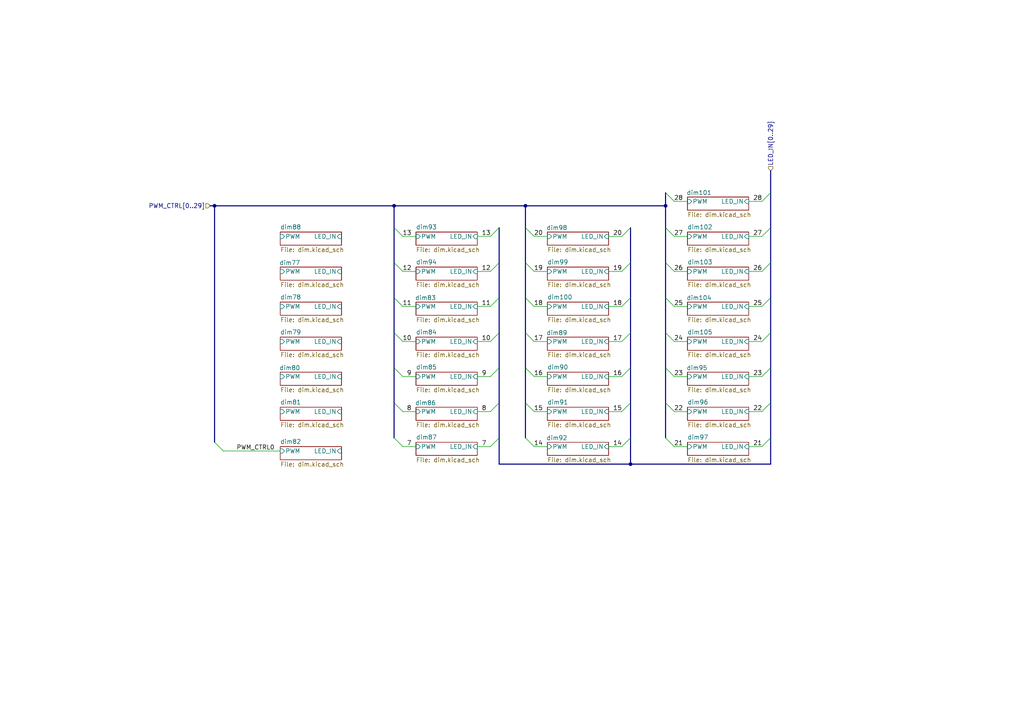
<source format=kicad_sch>
(kicad_sch
	(version 20231120)
	(generator "eeschema")
	(generator_version "8.0")
	(uuid "bcbb2fba-e81b-4c9d-ae80-f561d7f93679")
	(paper "A4")
	(lib_symbols)
	(junction
		(at 114.3 59.69)
		(diameter 0)
		(color 0 0 0 0)
		(uuid "75780d1e-5d22-4a22-bef5-f8f54f02e837")
	)
	(junction
		(at 62.23 59.69)
		(diameter 0)
		(color 0 0 0 0)
		(uuid "81c429b6-3bb4-4239-9691-d262ac738a1a")
	)
	(junction
		(at 152.4 59.69)
		(diameter 0)
		(color 0 0 0 0)
		(uuid "9f5571a6-70f8-4a1c-8116-5492d0b01b07")
	)
	(junction
		(at 193.04 59.69)
		(diameter 0)
		(color 0 0 0 0)
		(uuid "a3d9ac82-0898-4cd2-b3ac-3380b4864dfb")
	)
	(junction
		(at 182.88 134.62)
		(diameter 0)
		(color 0 0 0 0)
		(uuid "eacbb2fb-0596-4b26-a428-e39243d65a33")
	)
	(bus_entry
		(at 152.4 76.2)
		(size 2.54 2.54)
		(stroke
			(width 0)
			(type default)
		)
		(uuid "049fd31e-feef-4086-8e82-549d270ca6fd")
	)
	(bus_entry
		(at 182.88 106.68)
		(size -2.54 2.54)
		(stroke
			(width 0)
			(type default)
		)
		(uuid "0b6c8199-4b47-4839-a030-8fe5706fd37b")
	)
	(bus_entry
		(at 193.04 55.88)
		(size 2.54 2.54)
		(stroke
			(width 0)
			(type default)
		)
		(uuid "0c27667a-7275-4f66-9f59-ccd8f9d6e229")
	)
	(bus_entry
		(at 223.52 116.84)
		(size -2.54 2.54)
		(stroke
			(width 0)
			(type default)
		)
		(uuid "0c57747c-3a9f-4eb0-aa86-82d7fc33e513")
	)
	(bus_entry
		(at 182.88 86.36)
		(size -2.54 2.54)
		(stroke
			(width 0)
			(type default)
		)
		(uuid "1b88b35d-6047-44e3-82c9-89668ef8191e")
	)
	(bus_entry
		(at 114.3 76.2)
		(size 2.54 2.54)
		(stroke
			(width 0)
			(type default)
		)
		(uuid "1fea4bf5-a0fb-4182-888a-7a184048cb61")
	)
	(bus_entry
		(at 144.78 66.04)
		(size -2.54 2.54)
		(stroke
			(width 0)
			(type default)
		)
		(uuid "24b0762e-3aa3-4170-9efa-f8018246d0fb")
	)
	(bus_entry
		(at 114.3 66.04)
		(size 2.54 2.54)
		(stroke
			(width 0)
			(type default)
		)
		(uuid "27456016-643e-476c-86e3-9d5c4b836671")
	)
	(bus_entry
		(at 193.04 127)
		(size 2.54 2.54)
		(stroke
			(width 0)
			(type default)
		)
		(uuid "28ba032f-f9b9-4600-920e-027ca8ecc0ec")
	)
	(bus_entry
		(at 223.52 66.04)
		(size -2.54 2.54)
		(stroke
			(width 0)
			(type default)
		)
		(uuid "2ac706e7-ed59-483b-bbdf-d742901d565c")
	)
	(bus_entry
		(at 223.52 96.52)
		(size -2.54 2.54)
		(stroke
			(width 0)
			(type default)
		)
		(uuid "2ca955aa-e03b-40ce-9d26-e9dc91e424b0")
	)
	(bus_entry
		(at 114.3 96.52)
		(size 2.54 2.54)
		(stroke
			(width 0)
			(type default)
		)
		(uuid "2d6c0cee-a89b-4c41-8350-cc088e69cdfe")
	)
	(bus_entry
		(at 223.52 55.88)
		(size -2.54 2.54)
		(stroke
			(width 0)
			(type default)
		)
		(uuid "2da89060-0897-4a89-acd8-7b47fa5d3d0a")
	)
	(bus_entry
		(at 144.78 86.36)
		(size -2.54 2.54)
		(stroke
			(width 0)
			(type default)
		)
		(uuid "3d4209a0-856c-4569-baa1-a7e95940a230")
	)
	(bus_entry
		(at 152.4 86.36)
		(size 2.54 2.54)
		(stroke
			(width 0)
			(type default)
		)
		(uuid "40639cee-4eed-44c5-ac58-d4b3482ca3be")
	)
	(bus_entry
		(at 144.78 116.84)
		(size -2.54 2.54)
		(stroke
			(width 0)
			(type default)
		)
		(uuid "4334efbc-7956-49a9-b8d1-a550e3df10d8")
	)
	(bus_entry
		(at 62.23 128.27)
		(size 2.54 2.54)
		(stroke
			(width 0)
			(type default)
		)
		(uuid "5639ceef-4731-4055-aded-613803b06328")
	)
	(bus_entry
		(at 114.3 116.84)
		(size 2.54 2.54)
		(stroke
			(width 0)
			(type default)
		)
		(uuid "56f8a368-ef4d-4ad4-8740-4d1711f7ef3b")
	)
	(bus_entry
		(at 114.3 106.68)
		(size 2.54 2.54)
		(stroke
			(width 0)
			(type default)
		)
		(uuid "58734d7e-4250-4eb0-9440-7edd3dd7ddaa")
	)
	(bus_entry
		(at 182.88 76.2)
		(size -2.54 2.54)
		(stroke
			(width 0)
			(type default)
		)
		(uuid "5d0bb9af-672e-4954-a42a-09223789a151")
	)
	(bus_entry
		(at 144.78 127)
		(size -2.54 2.54)
		(stroke
			(width 0)
			(type default)
		)
		(uuid "6de55746-4644-404c-b137-4cb727dbd160")
	)
	(bus_entry
		(at 193.04 116.84)
		(size 2.54 2.54)
		(stroke
			(width 0)
			(type default)
		)
		(uuid "736122e0-9288-40c8-b2c9-252739f40d78")
	)
	(bus_entry
		(at 223.52 127)
		(size -2.54 2.54)
		(stroke
			(width 0)
			(type default)
		)
		(uuid "77c47bae-846b-4f87-ab22-d22eaf0ca23e")
	)
	(bus_entry
		(at 144.78 76.2)
		(size -2.54 2.54)
		(stroke
			(width 0)
			(type default)
		)
		(uuid "7cbae869-272c-450b-b1ec-b1355a13d13e")
	)
	(bus_entry
		(at 144.78 96.52)
		(size -2.54 2.54)
		(stroke
			(width 0)
			(type default)
		)
		(uuid "81da08d3-cc0e-4919-bddb-8f440897a21d")
	)
	(bus_entry
		(at 182.88 127)
		(size -2.54 2.54)
		(stroke
			(width 0)
			(type default)
		)
		(uuid "85e05887-dd5e-4d4c-9be2-0795865377b6")
	)
	(bus_entry
		(at 144.78 106.68)
		(size -2.54 2.54)
		(stroke
			(width 0)
			(type default)
		)
		(uuid "92e9726a-25ab-4a40-a155-7ed7c0071580")
	)
	(bus_entry
		(at 223.52 86.36)
		(size -2.54 2.54)
		(stroke
			(width 0)
			(type default)
		)
		(uuid "953dcc5d-bebd-45f4-989b-2a4143aa6fbe")
	)
	(bus_entry
		(at 152.4 127)
		(size 2.54 2.54)
		(stroke
			(width 0)
			(type default)
		)
		(uuid "9d378440-88d2-4dda-8eef-b9eac08b3450")
	)
	(bus_entry
		(at 182.88 116.84)
		(size -2.54 2.54)
		(stroke
			(width 0)
			(type default)
		)
		(uuid "9f427750-ea0a-4f1a-8fdd-e4361d5176de")
	)
	(bus_entry
		(at 193.04 66.04)
		(size 2.54 2.54)
		(stroke
			(width 0)
			(type default)
		)
		(uuid "a249a854-9376-40b6-bc72-bc7c2764485f")
	)
	(bus_entry
		(at 152.4 116.84)
		(size 2.54 2.54)
		(stroke
			(width 0)
			(type default)
		)
		(uuid "a2ee4e6a-b539-4688-b1b6-64340633615b")
	)
	(bus_entry
		(at 193.04 106.68)
		(size 2.54 2.54)
		(stroke
			(width 0)
			(type default)
		)
		(uuid "a5fa23a4-16d9-43d5-86d0-36ccaa99cd39")
	)
	(bus_entry
		(at 193.04 96.52)
		(size 2.54 2.54)
		(stroke
			(width 0)
			(type default)
		)
		(uuid "a7c2d53f-ff27-4b7e-b8e8-fbd63d675f2f")
	)
	(bus_entry
		(at 182.88 96.52)
		(size -2.54 2.54)
		(stroke
			(width 0)
			(type default)
		)
		(uuid "b5aee5d6-c54c-4357-be9d-aead891fa519")
	)
	(bus_entry
		(at 182.88 66.04)
		(size -2.54 2.54)
		(stroke
			(width 0)
			(type default)
		)
		(uuid "b6e6c552-fdc0-480b-8fad-01cb610f0371")
	)
	(bus_entry
		(at 152.4 66.04)
		(size 2.54 2.54)
		(stroke
			(width 0)
			(type default)
		)
		(uuid "c272302e-6d53-4ff2-b087-ce001a1ff1d5")
	)
	(bus_entry
		(at 152.4 106.68)
		(size 2.54 2.54)
		(stroke
			(width 0)
			(type default)
		)
		(uuid "c273d28f-c4f1-4f17-866b-d691c44b2f68")
	)
	(bus_entry
		(at 152.4 96.52)
		(size 2.54 2.54)
		(stroke
			(width 0)
			(type default)
		)
		(uuid "cde689a8-76ac-45e3-a034-803e9c396f5b")
	)
	(bus_entry
		(at 193.04 76.2)
		(size 2.54 2.54)
		(stroke
			(width 0)
			(type default)
		)
		(uuid "cf0ec7f6-b646-4df8-9077-5de748809786")
	)
	(bus_entry
		(at 193.04 86.36)
		(size 2.54 2.54)
		(stroke
			(width 0)
			(type default)
		)
		(uuid "d0cbd3be-1a23-47bc-a732-ec4183c8c57b")
	)
	(bus_entry
		(at 223.52 76.2)
		(size -2.54 2.54)
		(stroke
			(width 0)
			(type default)
		)
		(uuid "da9e671b-0ad2-4b79-83de-0a9b3338160e")
	)
	(bus_entry
		(at 114.3 127)
		(size 2.54 2.54)
		(stroke
			(width 0)
			(type default)
		)
		(uuid "dd2abbf7-5753-45d7-a9eb-61be499a4119")
	)
	(bus_entry
		(at 114.3 86.36)
		(size 2.54 2.54)
		(stroke
			(width 0)
			(type default)
		)
		(uuid "f997ebb3-1f3f-4f10-a1a2-b99b124fd8ec")
	)
	(bus_entry
		(at 223.52 106.68)
		(size -2.54 2.54)
		(stroke
			(width 0)
			(type default)
		)
		(uuid "fbe86248-ba8d-404d-b919-90690c77b63e")
	)
	(bus
		(pts
			(xy 152.4 59.69) (xy 193.04 59.69)
		)
		(stroke
			(width 0)
			(type default)
		)
		(uuid "03329cda-db86-467e-ab44-811898fd1b3a")
	)
	(wire
		(pts
			(xy 120.65 78.74) (xy 116.84 78.74)
		)
		(stroke
			(width 0)
			(type default)
		)
		(uuid "0e121ec8-132f-431b-bcac-6d900b2c78b0")
	)
	(bus
		(pts
			(xy 193.04 66.04) (xy 193.04 76.2)
		)
		(stroke
			(width 0)
			(type default)
		)
		(uuid "12956feb-2429-4480-a4b7-890e001e3700")
	)
	(wire
		(pts
			(xy 120.65 129.54) (xy 116.84 129.54)
		)
		(stroke
			(width 0)
			(type default)
		)
		(uuid "14c359ce-e97e-4a3f-9a03-27ca32ed9e32")
	)
	(bus
		(pts
			(xy 144.78 76.2) (xy 144.78 86.36)
		)
		(stroke
			(width 0)
			(type default)
		)
		(uuid "16d1acfd-2244-48f1-9936-e1cf4a456618")
	)
	(wire
		(pts
			(xy 120.65 109.22) (xy 116.84 109.22)
		)
		(stroke
			(width 0)
			(type default)
		)
		(uuid "177aa7ce-5ad8-4e25-a197-f74a63033338")
	)
	(bus
		(pts
			(xy 152.4 66.04) (xy 152.4 76.2)
		)
		(stroke
			(width 0)
			(type default)
		)
		(uuid "17b88f92-a80d-4547-8d21-f927f1906706")
	)
	(bus
		(pts
			(xy 144.78 96.52) (xy 144.78 106.68)
		)
		(stroke
			(width 0)
			(type default)
		)
		(uuid "1a9c5b82-d08b-4e1a-8268-1a5193da225a")
	)
	(wire
		(pts
			(xy 138.43 119.38) (xy 142.24 119.38)
		)
		(stroke
			(width 0)
			(type default)
		)
		(uuid "1d6d9e55-41f9-49b7-b32f-0a1d4511e9fd")
	)
	(wire
		(pts
			(xy 120.65 68.58) (xy 116.84 68.58)
		)
		(stroke
			(width 0)
			(type default)
		)
		(uuid "1f48c380-6810-481a-a602-2c986b10120f")
	)
	(wire
		(pts
			(xy 217.17 109.22) (xy 220.98 109.22)
		)
		(stroke
			(width 0)
			(type default)
		)
		(uuid "20dfe516-c00f-4cda-87b6-9d5b47617b7e")
	)
	(wire
		(pts
			(xy 158.75 119.38) (xy 154.94 119.38)
		)
		(stroke
			(width 0)
			(type default)
		)
		(uuid "259d0be3-66ca-4fe8-aab1-f110a0475e33")
	)
	(wire
		(pts
			(xy 217.17 129.54) (xy 220.98 129.54)
		)
		(stroke
			(width 0)
			(type default)
		)
		(uuid "26d7ff2a-80d4-4a11-b22c-69b3533e8a8c")
	)
	(wire
		(pts
			(xy 138.43 129.54) (xy 142.24 129.54)
		)
		(stroke
			(width 0)
			(type default)
		)
		(uuid "272680da-d334-42b8-8efc-736e085eeff3")
	)
	(bus
		(pts
			(xy 223.52 49.53) (xy 223.52 55.88)
		)
		(stroke
			(width 0)
			(type default)
		)
		(uuid "27fd99d0-d747-4c21-844a-7e096d4ffa70")
	)
	(bus
		(pts
			(xy 62.23 59.69) (xy 114.3 59.69)
		)
		(stroke
			(width 0)
			(type default)
		)
		(uuid "280643ca-144a-4976-853d-39beb50d9338")
	)
	(bus
		(pts
			(xy 193.04 96.52) (xy 193.04 106.68)
		)
		(stroke
			(width 0)
			(type default)
		)
		(uuid "2abb1931-5a05-4437-8a9f-7fe6870629b5")
	)
	(wire
		(pts
			(xy 176.53 78.74) (xy 180.34 78.74)
		)
		(stroke
			(width 0)
			(type default)
		)
		(uuid "2ccf1353-eecb-4015-adc0-8980acbc71cd")
	)
	(bus
		(pts
			(xy 182.88 134.62) (xy 223.52 134.62)
		)
		(stroke
			(width 0)
			(type default)
		)
		(uuid "3225c2cb-cf26-43c6-8465-f32448630daf")
	)
	(bus
		(pts
			(xy 223.52 66.04) (xy 223.52 76.2)
		)
		(stroke
			(width 0)
			(type default)
		)
		(uuid "3525169c-a5c4-4678-b4b8-467f2041b86c")
	)
	(bus
		(pts
			(xy 182.88 127) (xy 182.88 134.62)
		)
		(stroke
			(width 0)
			(type default)
		)
		(uuid "3730c805-d35c-4391-9a2d-08946bc46800")
	)
	(wire
		(pts
			(xy 217.17 68.58) (xy 220.98 68.58)
		)
		(stroke
			(width 0)
			(type default)
		)
		(uuid "38da07fb-f48a-4569-ab2e-e5c0f8fb9842")
	)
	(bus
		(pts
			(xy 182.88 106.68) (xy 182.88 116.84)
		)
		(stroke
			(width 0)
			(type default)
		)
		(uuid "38f8cce6-8baf-46a0-ab3e-b00f4d91fb1e")
	)
	(wire
		(pts
			(xy 176.53 99.06) (xy 180.34 99.06)
		)
		(stroke
			(width 0)
			(type default)
		)
		(uuid "3aab1f34-dada-4249-b802-82bc69407bec")
	)
	(wire
		(pts
			(xy 217.17 78.74) (xy 220.98 78.74)
		)
		(stroke
			(width 0)
			(type default)
		)
		(uuid "3ad4cf16-d0ed-42d7-84cf-e5afbd8d2392")
	)
	(bus
		(pts
			(xy 223.52 127) (xy 223.52 134.62)
		)
		(stroke
			(width 0)
			(type default)
		)
		(uuid "3b0bc921-4659-4d48-9003-831dcca8b407")
	)
	(wire
		(pts
			(xy 138.43 68.58) (xy 142.24 68.58)
		)
		(stroke
			(width 0)
			(type default)
		)
		(uuid "46093df0-6bf4-4f8d-a30f-c9b066d85a7c")
	)
	(wire
		(pts
			(xy 158.75 68.58) (xy 154.94 68.58)
		)
		(stroke
			(width 0)
			(type default)
		)
		(uuid "4943bd21-f7c2-4944-96ac-0c3628e8a864")
	)
	(bus
		(pts
			(xy 114.3 96.52) (xy 114.3 86.36)
		)
		(stroke
			(width 0)
			(type default)
		)
		(uuid "4db98ba9-230f-4313-8f1d-91e44dee2d0f")
	)
	(wire
		(pts
			(xy 176.53 88.9) (xy 180.34 88.9)
		)
		(stroke
			(width 0)
			(type default)
		)
		(uuid "53f837e8-198f-4b55-ab57-ea1eb33b75bd")
	)
	(wire
		(pts
			(xy 217.17 99.06) (xy 220.98 99.06)
		)
		(stroke
			(width 0)
			(type default)
		)
		(uuid "54a7ee11-7049-4f38-a05c-e9f4b4df4572")
	)
	(bus
		(pts
			(xy 193.04 106.68) (xy 193.04 116.84)
		)
		(stroke
			(width 0)
			(type default)
		)
		(uuid "582fc3a3-8728-4145-9021-8c2262dba449")
	)
	(bus
		(pts
			(xy 152.4 86.36) (xy 152.4 96.52)
		)
		(stroke
			(width 0)
			(type default)
		)
		(uuid "5a17527a-90ea-4800-a2cf-a7cfcdc67eea")
	)
	(bus
		(pts
			(xy 114.3 86.36) (xy 114.3 76.2)
		)
		(stroke
			(width 0)
			(type default)
		)
		(uuid "60ab2ea8-bc8c-44ad-ba5f-3a29c7eed5bf")
	)
	(wire
		(pts
			(xy 158.75 129.54) (xy 154.94 129.54)
		)
		(stroke
			(width 0)
			(type default)
		)
		(uuid "60deb637-32bc-4ae3-8854-79fd2455a7dd")
	)
	(wire
		(pts
			(xy 138.43 88.9) (xy 142.24 88.9)
		)
		(stroke
			(width 0)
			(type default)
		)
		(uuid "6383e06f-d123-4777-8184-3c79becfad57")
	)
	(wire
		(pts
			(xy 138.43 109.22) (xy 142.24 109.22)
		)
		(stroke
			(width 0)
			(type default)
		)
		(uuid "6afac3d7-4ccf-49d0-802e-5b7069060581")
	)
	(bus
		(pts
			(xy 152.4 76.2) (xy 152.4 86.36)
		)
		(stroke
			(width 0)
			(type default)
		)
		(uuid "6c810d55-8085-4068-aa59-9e2cfbd32a26")
	)
	(wire
		(pts
			(xy 176.53 119.38) (xy 180.34 119.38)
		)
		(stroke
			(width 0)
			(type default)
		)
		(uuid "6f037a99-7533-47c6-93e9-2f109c7233de")
	)
	(bus
		(pts
			(xy 193.04 86.36) (xy 193.04 96.52)
		)
		(stroke
			(width 0)
			(type default)
		)
		(uuid "70ff115c-835e-4870-9b8e-79af9a99186f")
	)
	(wire
		(pts
			(xy 199.39 99.06) (xy 195.58 99.06)
		)
		(stroke
			(width 0)
			(type default)
		)
		(uuid "72af56b6-664c-4af1-9dd8-3c39f12cff34")
	)
	(bus
		(pts
			(xy 114.3 59.69) (xy 152.4 59.69)
		)
		(stroke
			(width 0)
			(type default)
		)
		(uuid "83bf35a3-ff70-4668-96af-8c78a2c6a075")
	)
	(bus
		(pts
			(xy 193.04 55.88) (xy 193.04 59.69)
		)
		(stroke
			(width 0)
			(type default)
		)
		(uuid "8515c71a-302d-4db9-a420-b7e1270fdfed")
	)
	(bus
		(pts
			(xy 193.04 59.69) (xy 193.04 66.04)
		)
		(stroke
			(width 0)
			(type default)
		)
		(uuid "87e9018c-a44f-4ac3-a69d-234220ff7cf5")
	)
	(bus
		(pts
			(xy 114.3 106.68) (xy 114.3 96.52)
		)
		(stroke
			(width 0)
			(type default)
		)
		(uuid "8985d900-bf6c-468c-a1bc-b66f504906fd")
	)
	(bus
		(pts
			(xy 182.88 66.04) (xy 182.88 76.2)
		)
		(stroke
			(width 0)
			(type default)
		)
		(uuid "913d52a4-ae98-42d8-b64d-23fa87195d22")
	)
	(bus
		(pts
			(xy 114.3 76.2) (xy 114.3 66.04)
		)
		(stroke
			(width 0)
			(type default)
		)
		(uuid "917f9e62-24f6-4d87-be78-d112011ce66e")
	)
	(bus
		(pts
			(xy 60.96 59.69) (xy 62.23 59.69)
		)
		(stroke
			(width 0)
			(type default)
		)
		(uuid "92815397-99c0-4359-94a5-e24f385af94a")
	)
	(wire
		(pts
			(xy 176.53 68.58) (xy 180.34 68.58)
		)
		(stroke
			(width 0)
			(type default)
		)
		(uuid "980e63dc-da53-41c3-b207-2eca6fbecffe")
	)
	(wire
		(pts
			(xy 217.17 88.9) (xy 220.98 88.9)
		)
		(stroke
			(width 0)
			(type default)
		)
		(uuid "9a5b29ad-4ea5-4a80-9614-78cd639f3648")
	)
	(wire
		(pts
			(xy 199.39 119.38) (xy 195.58 119.38)
		)
		(stroke
			(width 0)
			(type default)
		)
		(uuid "9d7bacc4-a246-435e-aacf-0c88338fcab8")
	)
	(wire
		(pts
			(xy 158.75 99.06) (xy 154.94 99.06)
		)
		(stroke
			(width 0)
			(type default)
		)
		(uuid "a3b8d50d-61aa-4074-985c-0a50d79bd5ee")
	)
	(bus
		(pts
			(xy 182.88 86.36) (xy 182.88 96.52)
		)
		(stroke
			(width 0)
			(type default)
		)
		(uuid "a53a1ea1-265e-4763-bf59-0b0d912c575b")
	)
	(bus
		(pts
			(xy 223.52 96.52) (xy 223.52 106.68)
		)
		(stroke
			(width 0)
			(type default)
		)
		(uuid "a64676f3-a04e-47c6-9979-a7627412404b")
	)
	(bus
		(pts
			(xy 144.78 134.62) (xy 182.88 134.62)
		)
		(stroke
			(width 0)
			(type default)
		)
		(uuid "a9979df0-e937-4206-81ea-6365d0b7f101")
	)
	(bus
		(pts
			(xy 223.52 116.84) (xy 223.52 127)
		)
		(stroke
			(width 0)
			(type default)
		)
		(uuid "a9c0f7d7-e2b6-44fd-8456-4397e64691d2")
	)
	(wire
		(pts
			(xy 199.39 78.74) (xy 195.58 78.74)
		)
		(stroke
			(width 0)
			(type default)
		)
		(uuid "aacb4fea-7867-488f-a0c5-316f168192a1")
	)
	(wire
		(pts
			(xy 138.43 78.74) (xy 142.24 78.74)
		)
		(stroke
			(width 0)
			(type default)
		)
		(uuid "ab6f3bfa-4f51-4cd9-8266-b2dc5c1b2c74")
	)
	(wire
		(pts
			(xy 217.17 119.38) (xy 220.98 119.38)
		)
		(stroke
			(width 0)
			(type default)
		)
		(uuid "ac181df5-e856-4374-b379-e140c0d28c4f")
	)
	(bus
		(pts
			(xy 152.4 59.69) (xy 152.4 66.04)
		)
		(stroke
			(width 0)
			(type default)
		)
		(uuid "af804b62-e0ae-4385-9f82-d1e0f11877b4")
	)
	(bus
		(pts
			(xy 144.78 116.84) (xy 144.78 127)
		)
		(stroke
			(width 0)
			(type default)
		)
		(uuid "b156f710-4e0c-4cd0-9786-2b4def19e985")
	)
	(bus
		(pts
			(xy 114.3 116.84) (xy 114.3 106.68)
		)
		(stroke
			(width 0)
			(type default)
		)
		(uuid "b5687618-5d77-4372-86e3-3ccdecc8f97a")
	)
	(bus
		(pts
			(xy 193.04 116.84) (xy 193.04 127)
		)
		(stroke
			(width 0)
			(type default)
		)
		(uuid "b6a765b9-3a28-4679-80d7-24ee8a4928d5")
	)
	(wire
		(pts
			(xy 158.75 78.74) (xy 154.94 78.74)
		)
		(stroke
			(width 0)
			(type default)
		)
		(uuid "b73973e7-0c8b-499d-b31a-d838582be5ea")
	)
	(bus
		(pts
			(xy 182.88 96.52) (xy 182.88 106.68)
		)
		(stroke
			(width 0)
			(type default)
		)
		(uuid "bb5013b1-1e39-41e4-a680-0bd93efc9e86")
	)
	(bus
		(pts
			(xy 152.4 106.68) (xy 152.4 116.84)
		)
		(stroke
			(width 0)
			(type default)
		)
		(uuid "bcec1679-976c-4234-b063-8ec026df9964")
	)
	(bus
		(pts
			(xy 114.3 66.04) (xy 114.3 59.69)
		)
		(stroke
			(width 0)
			(type default)
		)
		(uuid "c32c9dcf-d1fd-4076-8655-75c4d3afb434")
	)
	(bus
		(pts
			(xy 62.23 59.69) (xy 62.23 128.27)
		)
		(stroke
			(width 0)
			(type default)
		)
		(uuid "c4c983e7-9eac-4b18-a5c6-e16064e1948c")
	)
	(wire
		(pts
			(xy 120.65 88.9) (xy 116.84 88.9)
		)
		(stroke
			(width 0)
			(type default)
		)
		(uuid "c58d771a-2f02-49ab-825b-f0f09af099ad")
	)
	(wire
		(pts
			(xy 217.17 58.42) (xy 220.98 58.42)
		)
		(stroke
			(width 0)
			(type default)
		)
		(uuid "c7ad88f6-1fd7-47bd-a89c-409637b9f53f")
	)
	(wire
		(pts
			(xy 199.39 68.58) (xy 195.58 68.58)
		)
		(stroke
			(width 0)
			(type default)
		)
		(uuid "c92ccb2c-700c-463a-85a2-53469f2508a6")
	)
	(wire
		(pts
			(xy 158.75 88.9) (xy 154.94 88.9)
		)
		(stroke
			(width 0)
			(type default)
		)
		(uuid "ca8f1f69-ef47-4ed4-bc9a-370c3efcb8f0")
	)
	(bus
		(pts
			(xy 114.3 127) (xy 114.3 116.84)
		)
		(stroke
			(width 0)
			(type default)
		)
		(uuid "cd91fb67-6213-4c89-beb8-00adce2acd96")
	)
	(wire
		(pts
			(xy 138.43 99.06) (xy 142.24 99.06)
		)
		(stroke
			(width 0)
			(type default)
		)
		(uuid "cded8c86-3da2-4fca-a21e-55b4663165f5")
	)
	(bus
		(pts
			(xy 182.88 116.84) (xy 182.88 127)
		)
		(stroke
			(width 0)
			(type default)
		)
		(uuid "d46e3104-5ced-451e-9d20-f3b4d7a89cad")
	)
	(bus
		(pts
			(xy 182.88 76.2) (xy 182.88 86.36)
		)
		(stroke
			(width 0)
			(type default)
		)
		(uuid "d47ccf2a-2085-4318-8978-45780bc5e823")
	)
	(wire
		(pts
			(xy 199.39 109.22) (xy 195.58 109.22)
		)
		(stroke
			(width 0)
			(type default)
		)
		(uuid "d483b8ff-2cc2-4921-a4ea-94dc22953a59")
	)
	(wire
		(pts
			(xy 199.39 88.9) (xy 195.58 88.9)
		)
		(stroke
			(width 0)
			(type default)
		)
		(uuid "d6dd7832-74cb-4e2a-b1e2-150c52851699")
	)
	(bus
		(pts
			(xy 223.52 76.2) (xy 223.52 86.36)
		)
		(stroke
			(width 0)
			(type default)
		)
		(uuid "d7f4f48b-20a5-4ff6-b96c-551277804bbd")
	)
	(wire
		(pts
			(xy 120.65 119.38) (xy 116.84 119.38)
		)
		(stroke
			(width 0)
			(type default)
		)
		(uuid "d8b309e7-9ab7-4864-99d7-6a3a085b0919")
	)
	(wire
		(pts
			(xy 64.77 130.81) (xy 81.28 130.81)
		)
		(stroke
			(width 0)
			(type default)
		)
		(uuid "ddeea762-a284-410b-8169-fefb019ce6ec")
	)
	(wire
		(pts
			(xy 199.39 129.54) (xy 195.58 129.54)
		)
		(stroke
			(width 0)
			(type default)
		)
		(uuid "dea9b344-a559-440d-9643-7202e6394c52")
	)
	(bus
		(pts
			(xy 223.52 106.68) (xy 223.52 116.84)
		)
		(stroke
			(width 0)
			(type default)
		)
		(uuid "dfcf04d8-970d-4974-8340-c0081fcc1eb5")
	)
	(bus
		(pts
			(xy 223.52 55.88) (xy 223.52 66.04)
		)
		(stroke
			(width 0)
			(type default)
		)
		(uuid "e0bf8731-5c70-40f1-bb61-181cbce99ea7")
	)
	(wire
		(pts
			(xy 176.53 129.54) (xy 180.34 129.54)
		)
		(stroke
			(width 0)
			(type default)
		)
		(uuid "e155dcd9-1b4a-4d34-a44c-fd00864e2107")
	)
	(wire
		(pts
			(xy 158.75 109.22) (xy 154.94 109.22)
		)
		(stroke
			(width 0)
			(type default)
		)
		(uuid "e4204604-b9d7-4aa9-b6e1-1db98b48d0aa")
	)
	(bus
		(pts
			(xy 223.52 86.36) (xy 223.52 96.52)
		)
		(stroke
			(width 0)
			(type default)
		)
		(uuid "e45256ba-14bd-4aca-ae29-36d995f9cf96")
	)
	(bus
		(pts
			(xy 152.4 96.52) (xy 152.4 106.68)
		)
		(stroke
			(width 0)
			(type default)
		)
		(uuid "e46e8c0b-a50a-4026-8519-a6891e7386f0")
	)
	(wire
		(pts
			(xy 199.39 58.42) (xy 195.58 58.42)
		)
		(stroke
			(width 0)
			(type default)
		)
		(uuid "e68401cf-b71d-47e0-872d-a0ce24ca0e42")
	)
	(bus
		(pts
			(xy 144.78 127) (xy 144.78 134.62)
		)
		(stroke
			(width 0)
			(type default)
		)
		(uuid "ea607e03-aaa9-47c3-b959-bd74425154e7")
	)
	(wire
		(pts
			(xy 120.65 99.06) (xy 116.84 99.06)
		)
		(stroke
			(width 0)
			(type default)
		)
		(uuid "ed163ab4-7bde-4a5e-b606-26cdfe4a0831")
	)
	(wire
		(pts
			(xy 176.53 109.22) (xy 180.34 109.22)
		)
		(stroke
			(width 0)
			(type default)
		)
		(uuid "ed1c93b8-fb02-44fa-a6e2-9a4132bfa747")
	)
	(bus
		(pts
			(xy 193.04 76.2) (xy 193.04 86.36)
		)
		(stroke
			(width 0)
			(type default)
		)
		(uuid "f093352a-ab14-4f74-8e2e-be40535b7490")
	)
	(bus
		(pts
			(xy 152.4 116.84) (xy 152.4 127)
		)
		(stroke
			(width 0)
			(type default)
		)
		(uuid "f2ac3c47-6865-464d-a0ea-42fd98244f6e")
	)
	(bus
		(pts
			(xy 144.78 66.04) (xy 144.78 76.2)
		)
		(stroke
			(width 0)
			(type default)
		)
		(uuid "f3b8a9de-0f22-46b2-ae1f-06b83025988d")
	)
	(bus
		(pts
			(xy 144.78 106.68) (xy 144.78 116.84)
		)
		(stroke
			(width 0)
			(type default)
		)
		(uuid "f4f244d0-ff6a-49b7-b227-173a06095717")
	)
	(bus
		(pts
			(xy 144.78 86.36) (xy 144.78 96.52)
		)
		(stroke
			(width 0)
			(type default)
		)
		(uuid "fa5682f3-488a-47d9-afda-5bb7eee5442c")
	)
	(label "18"
		(at 177.8 88.9 0)
		(fields_autoplaced yes)
		(effects
			(font
				(size 1.27 1.27)
			)
			(justify left bottom)
		)
		(uuid "06d23d80-156c-4b1c-8a72-af5575b86320")
	)
	(label "21"
		(at 218.44 129.54 0)
		(fields_autoplaced yes)
		(effects
			(font
				(size 1.27 1.27)
			)
			(justify left bottom)
		)
		(uuid "0b37b6ae-e1fe-4d5e-bdb6-069c0eff835c")
	)
	(label "17"
		(at 177.8 99.06 0)
		(fields_autoplaced yes)
		(effects
			(font
				(size 1.27 1.27)
			)
			(justify left bottom)
		)
		(uuid "0d4449b0-acd9-4bf8-ba5f-5225dc9d070f")
	)
	(label "24"
		(at 198.12 99.06 180)
		(fields_autoplaced yes)
		(effects
			(font
				(size 1.27 1.27)
			)
			(justify right bottom)
		)
		(uuid "11002d21-133b-45b4-a67f-795872f29a15")
	)
	(label "11"
		(at 119.38 88.9 180)
		(fields_autoplaced yes)
		(effects
			(font
				(size 1.27 1.27)
			)
			(justify right bottom)
		)
		(uuid "1d1ecd09-720a-4b57-817f-b22a623b5f18")
	)
	(label "21"
		(at 198.12 129.54 180)
		(fields_autoplaced yes)
		(effects
			(font
				(size 1.27 1.27)
			)
			(justify right bottom)
		)
		(uuid "1d4a5dee-eefc-4d6c-8bb9-e0faa5c5e3c6")
	)
	(label "27"
		(at 198.12 68.58 180)
		(fields_autoplaced yes)
		(effects
			(font
				(size 1.27 1.27)
			)
			(justify right bottom)
		)
		(uuid "1dbfa976-ea2f-4bef-b15d-04c7a60b4268")
	)
	(label "PWM_CTRL0"
		(at 68.58 130.81 0)
		(effects
			(font
				(size 1.27 1.27)
			)
			(justify left bottom)
		)
		(uuid "23c019a2-f768-48b7-9089-517da76c85b3")
	)
	(label "10"
		(at 139.7 99.06 0)
		(fields_autoplaced yes)
		(effects
			(font
				(size 1.27 1.27)
			)
			(justify left bottom)
		)
		(uuid "26ebce96-209e-432b-aa30-d83a11693229")
	)
	(label "25"
		(at 218.44 88.9 0)
		(fields_autoplaced yes)
		(effects
			(font
				(size 1.27 1.27)
			)
			(justify left bottom)
		)
		(uuid "30040abf-3fde-4b6d-904d-b9445bf5db88")
	)
	(label "18"
		(at 157.48 88.9 180)
		(fields_autoplaced yes)
		(effects
			(font
				(size 1.27 1.27)
			)
			(justify right bottom)
		)
		(uuid "4678f91c-8c27-45f5-b2d3-5c47c989e243")
	)
	(label "20"
		(at 177.8 68.58 0)
		(fields_autoplaced yes)
		(effects
			(font
				(size 1.27 1.27)
			)
			(justify left bottom)
		)
		(uuid "47924a8e-ec9a-4bbc-897f-30b7871ba83f")
	)
	(label "9"
		(at 139.7 109.22 0)
		(fields_autoplaced yes)
		(effects
			(font
				(size 1.27 1.27)
			)
			(justify left bottom)
		)
		(uuid "4f1ccee5-c1c5-4043-9c65-1081fbe101f6")
	)
	(label "15"
		(at 177.8 119.38 0)
		(fields_autoplaced yes)
		(effects
			(font
				(size 1.27 1.27)
			)
			(justify left bottom)
		)
		(uuid "565d3057-983c-4ebf-af74-eab97069b43a")
	)
	(label "12"
		(at 119.38 78.74 180)
		(fields_autoplaced yes)
		(effects
			(font
				(size 1.27 1.27)
			)
			(justify right bottom)
		)
		(uuid "5cc766ec-6a08-46a0-8a31-88948f782d0b")
	)
	(label "13"
		(at 119.38 68.58 180)
		(fields_autoplaced yes)
		(effects
			(font
				(size 1.27 1.27)
			)
			(justify right bottom)
		)
		(uuid "5e5796b5-306a-4806-a66a-5e72776a627d")
	)
	(label "15"
		(at 157.48 119.38 180)
		(fields_autoplaced yes)
		(effects
			(font
				(size 1.27 1.27)
			)
			(justify right bottom)
		)
		(uuid "6417b450-4416-4cff-8ed9-56dfd1a18c3d")
	)
	(label "9"
		(at 119.38 109.22 180)
		(fields_autoplaced yes)
		(effects
			(font
				(size 1.27 1.27)
			)
			(justify right bottom)
		)
		(uuid "67c98e5b-86e5-42ef-80e4-ab4521cad0af")
	)
	(label "22"
		(at 198.12 119.38 180)
		(fields_autoplaced yes)
		(effects
			(font
				(size 1.27 1.27)
			)
			(justify right bottom)
		)
		(uuid "7658bd73-cdcc-4fd5-92e3-3ace975b0059")
	)
	(label "26"
		(at 218.44 78.74 0)
		(fields_autoplaced yes)
		(effects
			(font
				(size 1.27 1.27)
			)
			(justify left bottom)
		)
		(uuid "79086f98-333f-4354-b020-03b65415077b")
	)
	(label "8"
		(at 119.38 119.38 180)
		(fields_autoplaced yes)
		(effects
			(font
				(size 1.27 1.27)
			)
			(justify right bottom)
		)
		(uuid "7a9dc7fd-ace0-4f4d-b527-7eea883dc412")
	)
	(label "23"
		(at 218.44 109.22 0)
		(fields_autoplaced yes)
		(effects
			(font
				(size 1.27 1.27)
			)
			(justify left bottom)
		)
		(uuid "7b128185-915e-4952-80a4-bc8566a7afd2")
	)
	(label "23"
		(at 198.12 109.22 180)
		(fields_autoplaced yes)
		(effects
			(font
				(size 1.27 1.27)
			)
			(justify right bottom)
		)
		(uuid "7d13a5fc-9199-451e-b704-f17efcbd7ba9")
	)
	(label "13"
		(at 139.7 68.58 0)
		(fields_autoplaced yes)
		(effects
			(font
				(size 1.27 1.27)
			)
			(justify left bottom)
		)
		(uuid "80d7551d-0145-42ac-bee2-e8baa487b074")
	)
	(label "22"
		(at 218.44 119.38 0)
		(fields_autoplaced yes)
		(effects
			(font
				(size 1.27 1.27)
			)
			(justify left bottom)
		)
		(uuid "8b2d5401-652b-4c78-87b7-1639c82e6594")
	)
	(label "25"
		(at 198.12 88.9 180)
		(fields_autoplaced yes)
		(effects
			(font
				(size 1.27 1.27)
			)
			(justify right bottom)
		)
		(uuid "947c4799-13d4-4efb-ab08-1ff370c19818")
	)
	(label "7"
		(at 119.38 129.54 180)
		(fields_autoplaced yes)
		(effects
			(font
				(size 1.27 1.27)
			)
			(justify right bottom)
		)
		(uuid "98273830-09df-42b5-b752-bcf2dec265ad")
	)
	(label "16"
		(at 177.8 109.22 0)
		(fields_autoplaced yes)
		(effects
			(font
				(size 1.27 1.27)
			)
			(justify left bottom)
		)
		(uuid "99699330-ed8c-4acc-8b52-1d68ef413c32")
	)
	(label "14"
		(at 177.8 129.54 0)
		(fields_autoplaced yes)
		(effects
			(font
				(size 1.27 1.27)
			)
			(justify left bottom)
		)
		(uuid "9b40c810-428f-4232-a449-e304696db119")
	)
	(label "7"
		(at 139.7 129.54 0)
		(fields_autoplaced yes)
		(effects
			(font
				(size 1.27 1.27)
			)
			(justify left bottom)
		)
		(uuid "a4016354-18d7-46be-8a5c-5c4a810274e1")
	)
	(label "16"
		(at 157.48 109.22 180)
		(fields_autoplaced yes)
		(effects
			(font
				(size 1.27 1.27)
			)
			(justify right bottom)
		)
		(uuid "a5d9ab61-d66e-4535-b21c-3dc4d4368387")
	)
	(label "19"
		(at 157.48 78.74 180)
		(fields_autoplaced yes)
		(effects
			(font
				(size 1.27 1.27)
			)
			(justify right bottom)
		)
		(uuid "aba9e997-a746-4d9c-b6a8-52d35525aefe")
	)
	(label "20"
		(at 157.48 68.58 180)
		(fields_autoplaced yes)
		(effects
			(font
				(size 1.27 1.27)
			)
			(justify right bottom)
		)
		(uuid "ad961c23-388c-4f78-aef1-c299faad803c")
	)
	(label "24"
		(at 218.44 99.06 0)
		(fields_autoplaced yes)
		(effects
			(font
				(size 1.27 1.27)
			)
			(justify left bottom)
		)
		(uuid "b235709f-fd4e-4729-a2d1-85006b4134e4")
	)
	(label "28"
		(at 198.12 58.42 180)
		(fields_autoplaced yes)
		(effects
			(font
				(size 1.27 1.27)
			)
			(justify right bottom)
		)
		(uuid "b3efee86-bdb0-4bb6-8aca-68bea83b11e5")
	)
	(label "27"
		(at 218.44 68.58 0)
		(fields_autoplaced yes)
		(effects
			(font
				(size 1.27 1.27)
			)
			(justify left bottom)
		)
		(uuid "b5ecd840-8d53-4cfc-bc84-455dc359f588")
	)
	(label "10"
		(at 119.38 99.06 180)
		(fields_autoplaced yes)
		(effects
			(font
				(size 1.27 1.27)
			)
			(justify right bottom)
		)
		(uuid "be3838f6-056d-40e9-bce3-ca8ee02225e0")
	)
	(label "28"
		(at 218.44 58.42 0)
		(fields_autoplaced yes)
		(effects
			(font
				(size 1.27 1.27)
			)
			(justify left bottom)
		)
		(uuid "c2c11270-e172-41c1-aa2a-afaa79d40329")
	)
	(label "8"
		(at 139.7 119.38 0)
		(fields_autoplaced yes)
		(effects
			(font
				(size 1.27 1.27)
			)
			(justify left bottom)
		)
		(uuid "c601bf81-026d-4fd0-9775-49937121f25f")
	)
	(label "19"
		(at 177.8 78.74 0)
		(fields_autoplaced yes)
		(effects
			(font
				(size 1.27 1.27)
			)
			(justify left bottom)
		)
		(uuid "c80aea09-7f63-49a1-85be-5f8f98ce0bb0")
	)
	(label "17"
		(at 157.48 99.06 180)
		(fields_autoplaced yes)
		(effects
			(font
				(size 1.27 1.27)
			)
			(justify right bottom)
		)
		(uuid "cdc57a82-3db6-4489-944e-980fb785a442")
	)
	(label "11"
		(at 139.7 88.9 0)
		(fields_autoplaced yes)
		(effects
			(font
				(size 1.27 1.27)
			)
			(justify left bottom)
		)
		(uuid "ce726130-7896-4e6d-b312-2b588da0be68")
	)
	(label "14"
		(at 157.48 129.54 180)
		(fields_autoplaced yes)
		(effects
			(font
				(size 1.27 1.27)
			)
			(justify right bottom)
		)
		(uuid "cfa2b44e-039b-475e-b8e6-61fdbdbbecd3")
	)
	(label "26"
		(at 198.12 78.74 180)
		(fields_autoplaced yes)
		(effects
			(font
				(size 1.27 1.27)
			)
			(justify right bottom)
		)
		(uuid "f6c9c983-d9a6-4728-807d-33ffbcf9eaf5")
	)
	(label "12"
		(at 139.7 78.74 0)
		(fields_autoplaced yes)
		(effects
			(font
				(size 1.27 1.27)
			)
			(justify left bottom)
		)
		(uuid "fb7040e8-4bc2-4998-be9d-c269bb807da6")
	)
	(hierarchical_label "PWM_CTRL[0..29]"
		(shape input)
		(at 60.96 59.69 180)
		(fields_autoplaced yes)
		(effects
			(font
				(size 1.27 1.27)
			)
			(justify right)
		)
		(uuid "7fe03066-438f-4474-a518-69c9d0f086ae")
	)
	(hierarchical_label "LED_IN[0..29]"
		(shape input)
		(at 223.52 49.53 90)
		(fields_autoplaced yes)
		(effects
			(font
				(size 1.27 1.27)
			)
			(justify left)
		)
		(uuid "aa5bb599-d2c5-4545-8aff-233841a0bb3b")
	)
	(sheet
		(at 120.65 118.11)
		(size 17.78 3.81)
		(stroke
			(width 0.1524)
			(type solid)
		)
		(fill
			(color 0 0 0 0.0000)
		)
		(uuid "0157bdd3-b6ef-425f-bf24-1607a85e54e7")
		(property "Sheetname" "dim86"
			(at 120.396 117.602 0)
			(effects
				(font
					(size 1.27 1.27)
				)
				(justify left bottom)
			)
		)
		(property "Sheetfile" "dim.kicad_sch"
			(at 120.65 122.5046 0)
			(effects
				(font
					(size 1.27 1.27)
				)
				(justify left top)
			)
		)
		(pin "LED_IN" input
			(at 138.43 119.38 0)
			(effects
				(font
					(size 1.27 1.27)
				)
				(justify right)
			)
			(uuid "c3ce4c2f-f325-43cc-b05b-615b5f1d4a83")
		)
		(pin "PWM" input
			(at 120.65 119.38 180)
			(effects
				(font
					(size 1.27 1.27)
				)
				(justify left)
			)
			(uuid "b2f3d4a7-6cf4-41a6-9f75-410a21053cc5")
		)
		(instances
			(project "home_auto"
				(path "/68de2dd7-8f08-479b-94c5-c7847794fd33/0646acc6-79c1-4e67-b684-df663024146f/f39a7f2f-d7a9-487f-aeee-7851342b97b4/36ede902-a997-4bbb-9d67-42f18d3a21c4"
					(page "15")
				)
			)
		)
	)
	(sheet
		(at 158.75 87.63)
		(size 17.78 3.81)
		(fields_autoplaced yes)
		(stroke
			(width 0.1524)
			(type solid)
		)
		(fill
			(color 0 0 0 0.0000)
		)
		(uuid "09a0e53a-8c5e-4cf2-9a1e-bd6eef8be82a")
		(property "Sheetname" "dim100"
			(at 158.75 86.9184 0)
			(effects
				(font
					(size 1.27 1.27)
				)
				(justify left bottom)
			)
		)
		(property "Sheetfile" "dim.kicad_sch"
			(at 158.75 92.0246 0)
			(effects
				(font
					(size 1.27 1.27)
				)
				(justify left top)
			)
		)
		(pin "LED_IN" input
			(at 176.53 88.9 0)
			(effects
				(font
					(size 1.27 1.27)
				)
				(justify right)
			)
			(uuid "f3803c53-d083-4bb8-9185-6264ab4c7861")
		)
		(pin "PWM" input
			(at 158.75 88.9 180)
			(effects
				(font
					(size 1.27 1.27)
				)
				(justify left)
			)
			(uuid "a6f4446e-0846-42b6-afd7-37f8876845a4")
		)
		(instances
			(project "home_auto"
				(path "/68de2dd7-8f08-479b-94c5-c7847794fd33/0646acc6-79c1-4e67-b684-df663024146f/f39a7f2f-d7a9-487f-aeee-7851342b97b4/36ede902-a997-4bbb-9d67-42f18d3a21c4"
					(page "29")
				)
			)
		)
	)
	(sheet
		(at 81.28 97.79)
		(size 17.78 3.81)
		(fields_autoplaced yes)
		(stroke
			(width 0.1524)
			(type solid)
		)
		(fill
			(color 0 0 0 0.0000)
		)
		(uuid "136190de-4b6f-4c40-b68c-e9973b3bb2ab")
		(property "Sheetname" "dim79"
			(at 81.28 97.0784 0)
			(effects
				(font
					(size 1.27 1.27)
				)
				(justify left bottom)
			)
		)
		(property "Sheetfile" "dim.kicad_sch"
			(at 81.28 102.1846 0)
			(effects
				(font
					(size 1.27 1.27)
				)
				(justify left top)
			)
		)
		(pin "LED_IN" input
			(at 99.06 99.06 0)
			(effects
				(font
					(size 1.27 1.27)
				)
				(justify right)
			)
			(uuid "b4bcab4c-552e-463d-b9fb-6a01d5c20213")
		)
		(pin "PWM" input
			(at 81.28 99.06 180)
			(effects
				(font
					(size 1.27 1.27)
				)
				(justify left)
			)
			(uuid "ec044585-7cee-4094-a696-2cce9f0e5281")
		)
		(instances
			(project "home_auto"
				(path "/68de2dd7-8f08-479b-94c5-c7847794fd33/0646acc6-79c1-4e67-b684-df663024146f/f39a7f2f-d7a9-487f-aeee-7851342b97b4/36ede902-a997-4bbb-9d67-42f18d3a21c4"
					(page "8")
				)
			)
		)
	)
	(sheet
		(at 81.28 118.11)
		(size 17.78 3.81)
		(fields_autoplaced yes)
		(stroke
			(width 0.1524)
			(type solid)
		)
		(fill
			(color 0 0 0 0.0000)
		)
		(uuid "19685aba-39eb-4e38-b2ed-8b671bc95629")
		(property "Sheetname" "dim81"
			(at 81.28 117.3984 0)
			(effects
				(font
					(size 1.27 1.27)
				)
				(justify left bottom)
			)
		)
		(property "Sheetfile" "dim.kicad_sch"
			(at 81.28 122.5046 0)
			(effects
				(font
					(size 1.27 1.27)
				)
				(justify left top)
			)
		)
		(pin "LED_IN" input
			(at 99.06 119.38 0)
			(effects
				(font
					(size 1.27 1.27)
				)
				(justify right)
			)
			(uuid "c2275d41-14cf-4734-9787-fe0bc9e4fba3")
		)
		(pin "PWM" input
			(at 81.28 119.38 180)
			(effects
				(font
					(size 1.27 1.27)
				)
				(justify left)
			)
			(uuid "9d4fb90b-3aa2-4988-8102-1881c4773eb9")
		)
		(instances
			(project "home_auto"
				(path "/68de2dd7-8f08-479b-94c5-c7847794fd33/0646acc6-79c1-4e67-b684-df663024146f/f39a7f2f-d7a9-487f-aeee-7851342b97b4/36ede902-a997-4bbb-9d67-42f18d3a21c4"
					(page "10")
				)
			)
		)
	)
	(sheet
		(at 81.28 77.47)
		(size 17.78 3.81)
		(stroke
			(width 0.1524)
			(type solid)
		)
		(fill
			(color 0 0 0 0.0000)
		)
		(uuid "27b80a1b-f3e1-4145-9b80-c217a13c2a2b")
		(property "Sheetname" "dim77"
			(at 81.026 76.962 0)
			(effects
				(font
					(size 1.27 1.27)
				)
				(justify left bottom)
			)
		)
		(property "Sheetfile" "dim.kicad_sch"
			(at 81.28 81.8646 0)
			(effects
				(font
					(size 1.27 1.27)
				)
				(justify left top)
			)
		)
		(pin "LED_IN" input
			(at 99.06 78.74 0)
			(effects
				(font
					(size 1.27 1.27)
				)
				(justify right)
			)
			(uuid "21d37452-21b5-4f3c-b8c5-fa278177ecbd")
		)
		(pin "PWM" input
			(at 81.28 78.74 180)
			(effects
				(font
					(size 1.27 1.27)
				)
				(justify left)
			)
			(uuid "6250b365-c342-4e9d-819c-83dadd93d493")
		)
		(instances
			(project "home_auto"
				(path "/68de2dd7-8f08-479b-94c5-c7847794fd33/0646acc6-79c1-4e67-b684-df663024146f/f39a7f2f-d7a9-487f-aeee-7851342b97b4/36ede902-a997-4bbb-9d67-42f18d3a21c4"
					(page "6")
				)
			)
		)
	)
	(sheet
		(at 81.28 87.63)
		(size 17.78 3.81)
		(fields_autoplaced yes)
		(stroke
			(width 0.1524)
			(type solid)
		)
		(fill
			(color 0 0 0 0.0000)
		)
		(uuid "2a2fe018-b1c2-4b95-b2d6-3aac197c52fc")
		(property "Sheetname" "dim78"
			(at 81.28 86.9184 0)
			(effects
				(font
					(size 1.27 1.27)
				)
				(justify left bottom)
			)
		)
		(property "Sheetfile" "dim.kicad_sch"
			(at 81.28 92.0246 0)
			(effects
				(font
					(size 1.27 1.27)
				)
				(justify left top)
			)
		)
		(pin "LED_IN" input
			(at 99.06 88.9 0)
			(effects
				(font
					(size 1.27 1.27)
				)
				(justify right)
			)
			(uuid "7d3a7406-cffd-46d0-b133-8afd53c734bd")
		)
		(pin "PWM" input
			(at 81.28 88.9 180)
			(effects
				(font
					(size 1.27 1.27)
				)
				(justify left)
			)
			(uuid "15ac5afc-284d-4ebd-ab81-ff340d209ac0")
		)
		(instances
			(project "home_auto"
				(path "/68de2dd7-8f08-479b-94c5-c7847794fd33/0646acc6-79c1-4e67-b684-df663024146f/f39a7f2f-d7a9-487f-aeee-7851342b97b4/36ede902-a997-4bbb-9d67-42f18d3a21c4"
					(page "7")
				)
			)
		)
	)
	(sheet
		(at 199.39 87.63)
		(size 17.78 3.81)
		(stroke
			(width 0.1524)
			(type solid)
		)
		(fill
			(color 0 0 0 0.0000)
		)
		(uuid "2d495c77-4b04-4229-9a7c-cb218d7eb572")
		(property "Sheetname" "dim104"
			(at 199.136 87.122 0)
			(effects
				(font
					(size 1.27 1.27)
				)
				(justify left bottom)
			)
		)
		(property "Sheetfile" "dim.kicad_sch"
			(at 199.39 92.0246 0)
			(effects
				(font
					(size 1.27 1.27)
				)
				(justify left top)
			)
		)
		(pin "LED_IN" input
			(at 217.17 88.9 0)
			(effects
				(font
					(size 1.27 1.27)
				)
				(justify right)
			)
			(uuid "8554eb2b-7016-42bf-94c8-5e310dcea50c")
		)
		(pin "PWM" input
			(at 199.39 88.9 180)
			(effects
				(font
					(size 1.27 1.27)
				)
				(justify left)
			)
			(uuid "5678d870-ecc0-46b5-a3c4-339652468bee")
		)
		(instances
			(project "home_auto"
				(path "/68de2dd7-8f08-479b-94c5-c7847794fd33/0646acc6-79c1-4e67-b684-df663024146f/f39a7f2f-d7a9-487f-aeee-7851342b97b4/36ede902-a997-4bbb-9d67-42f18d3a21c4"
					(page "87")
				)
			)
		)
	)
	(sheet
		(at 120.65 77.47)
		(size 17.78 3.81)
		(fields_autoplaced yes)
		(stroke
			(width 0.1524)
			(type solid)
		)
		(fill
			(color 0 0 0 0.0000)
		)
		(uuid "33bd10dc-52d7-4b0c-b914-3ea5f48b3503")
		(property "Sheetname" "dim94"
			(at 120.65 76.7584 0)
			(effects
				(font
					(size 1.27 1.27)
				)
				(justify left bottom)
			)
		)
		(property "Sheetfile" "dim.kicad_sch"
			(at 120.65 81.8646 0)
			(effects
				(font
					(size 1.27 1.27)
				)
				(justify left top)
			)
		)
		(pin "LED_IN" input
			(at 138.43 78.74 0)
			(effects
				(font
					(size 1.27 1.27)
				)
				(justify right)
			)
			(uuid "6e80b445-5d46-4767-bd9f-4c17b1f3bd25")
		)
		(pin "PWM" input
			(at 120.65 78.74 180)
			(effects
				(font
					(size 1.27 1.27)
				)
				(justify left)
			)
			(uuid "3e79df83-ebc1-4755-acb4-28b051384d57")
		)
		(instances
			(project "home_auto"
				(path "/68de2dd7-8f08-479b-94c5-c7847794fd33/0646acc6-79c1-4e67-b684-df663024146f/f39a7f2f-d7a9-487f-aeee-7851342b97b4/36ede902-a997-4bbb-9d67-42f18d3a21c4"
					(page "23")
				)
			)
		)
	)
	(sheet
		(at 120.65 97.79)
		(size 17.78 3.81)
		(fields_autoplaced yes)
		(stroke
			(width 0.1524)
			(type solid)
		)
		(fill
			(color 0 0 0 0.0000)
		)
		(uuid "43b51e89-2038-4802-9ac9-93293dbe6a03")
		(property "Sheetname" "dim84"
			(at 120.65 97.0784 0)
			(effects
				(font
					(size 1.27 1.27)
				)
				(justify left bottom)
			)
		)
		(property "Sheetfile" "dim.kicad_sch"
			(at 120.65 102.1846 0)
			(effects
				(font
					(size 1.27 1.27)
				)
				(justify left top)
			)
		)
		(pin "LED_IN" input
			(at 138.43 99.06 0)
			(effects
				(font
					(size 1.27 1.27)
				)
				(justify right)
			)
			(uuid "7fc3ab3c-f257-4f01-bf93-ee617866090d")
		)
		(pin "PWM" input
			(at 120.65 99.06 180)
			(effects
				(font
					(size 1.27 1.27)
				)
				(justify left)
			)
			(uuid "cb85d071-a81e-4cba-a482-c5c1b98a7645")
		)
		(instances
			(project "home_auto"
				(path "/68de2dd7-8f08-479b-94c5-c7847794fd33/0646acc6-79c1-4e67-b684-df663024146f/f39a7f2f-d7a9-487f-aeee-7851342b97b4/36ede902-a997-4bbb-9d67-42f18d3a21c4"
					(page "13")
				)
			)
		)
	)
	(sheet
		(at 158.75 77.47)
		(size 17.78 3.81)
		(fields_autoplaced yes)
		(stroke
			(width 0.1524)
			(type solid)
		)
		(fill
			(color 0 0 0 0.0000)
		)
		(uuid "43c4a155-979e-47ec-aeb3-6dd3ee3be26f")
		(property "Sheetname" "dim99"
			(at 158.75 76.7584 0)
			(effects
				(font
					(size 1.27 1.27)
				)
				(justify left bottom)
			)
		)
		(property "Sheetfile" "dim.kicad_sch"
			(at 158.75 81.8646 0)
			(effects
				(font
					(size 1.27 1.27)
				)
				(justify left top)
			)
		)
		(pin "LED_IN" input
			(at 176.53 78.74 0)
			(effects
				(font
					(size 1.27 1.27)
				)
				(justify right)
			)
			(uuid "4d18ba52-13be-4369-9eac-c82f34c7c23f")
		)
		(pin "PWM" input
			(at 158.75 78.74 180)
			(effects
				(font
					(size 1.27 1.27)
				)
				(justify left)
			)
			(uuid "dedc345e-c13a-420f-ad3d-f21cab02c883")
		)
		(instances
			(project "home_auto"
				(path "/68de2dd7-8f08-479b-94c5-c7847794fd33/0646acc6-79c1-4e67-b684-df663024146f/f39a7f2f-d7a9-487f-aeee-7851342b97b4/36ede902-a997-4bbb-9d67-42f18d3a21c4"
					(page "28")
				)
			)
		)
	)
	(sheet
		(at 199.39 67.31)
		(size 17.78 3.81)
		(fields_autoplaced yes)
		(stroke
			(width 0.1524)
			(type solid)
		)
		(fill
			(color 0 0 0 0.0000)
		)
		(uuid "458f12f5-9b5c-407c-80c8-d523af9bbdb7")
		(property "Sheetname" "dim102"
			(at 199.39 66.5984 0)
			(effects
				(font
					(size 1.27 1.27)
				)
				(justify left bottom)
			)
		)
		(property "Sheetfile" "dim.kicad_sch"
			(at 199.39 71.7046 0)
			(effects
				(font
					(size 1.27 1.27)
				)
				(justify left top)
			)
		)
		(pin "LED_IN" input
			(at 217.17 68.58 0)
			(effects
				(font
					(size 1.27 1.27)
				)
				(justify right)
			)
			(uuid "35ac2974-9e3a-4abb-a749-50976ce462a7")
		)
		(pin "PWM" input
			(at 199.39 68.58 180)
			(effects
				(font
					(size 1.27 1.27)
				)
				(justify left)
			)
			(uuid "df17b6f8-f25d-4848-8835-6a6867bdecee")
		)
		(instances
			(project "home_auto"
				(path "/68de2dd7-8f08-479b-94c5-c7847794fd33/0646acc6-79c1-4e67-b684-df663024146f/f39a7f2f-d7a9-487f-aeee-7851342b97b4/36ede902-a997-4bbb-9d67-42f18d3a21c4"
					(page "85")
				)
			)
		)
	)
	(sheet
		(at 199.39 57.15)
		(size 17.78 3.81)
		(stroke
			(width 0.1524)
			(type solid)
		)
		(fill
			(color 0 0 0 0.0000)
		)
		(uuid "45ec9e11-0d29-4d36-bbea-610ed0681f40")
		(property "Sheetname" "dim101"
			(at 199.136 56.642 0)
			(effects
				(font
					(size 1.27 1.27)
				)
				(justify left bottom)
			)
		)
		(property "Sheetfile" "dim.kicad_sch"
			(at 199.39 61.5446 0)
			(effects
				(font
					(size 1.27 1.27)
				)
				(justify left top)
			)
		)
		(pin "LED_IN" input
			(at 217.17 58.42 0)
			(effects
				(font
					(size 1.27 1.27)
				)
				(justify right)
			)
			(uuid "c501a36c-85fa-4ec0-93b2-2656252da444")
		)
		(pin "PWM" input
			(at 199.39 58.42 180)
			(effects
				(font
					(size 1.27 1.27)
				)
				(justify left)
			)
			(uuid "ce64e61e-952a-4aed-a402-434906a991ee")
		)
		(instances
			(project "home_auto"
				(path "/68de2dd7-8f08-479b-94c5-c7847794fd33/0646acc6-79c1-4e67-b684-df663024146f/f39a7f2f-d7a9-487f-aeee-7851342b97b4/36ede902-a997-4bbb-9d67-42f18d3a21c4"
					(page "84")
				)
			)
		)
	)
	(sheet
		(at 120.65 87.63)
		(size 17.78 3.81)
		(stroke
			(width 0.1524)
			(type solid)
		)
		(fill
			(color 0 0 0 0.0000)
		)
		(uuid "509dc6a1-5df5-4b5d-a47b-c836b22192a9")
		(property "Sheetname" "dim83"
			(at 120.396 87.122 0)
			(effects
				(font
					(size 1.27 1.27)
				)
				(justify left bottom)
			)
		)
		(property "Sheetfile" "dim.kicad_sch"
			(at 120.65 92.0246 0)
			(effects
				(font
					(size 1.27 1.27)
				)
				(justify left top)
			)
		)
		(pin "LED_IN" input
			(at 138.43 88.9 0)
			(effects
				(font
					(size 1.27 1.27)
				)
				(justify right)
			)
			(uuid "34a6e5ec-7c8c-40c8-99b5-7b79af1330c3")
		)
		(pin "PWM" input
			(at 120.65 88.9 180)
			(effects
				(font
					(size 1.27 1.27)
				)
				(justify left)
			)
			(uuid "4926c20c-b05f-4405-af77-ba7e5d4b3ee4")
		)
		(instances
			(project "home_auto"
				(path "/68de2dd7-8f08-479b-94c5-c7847794fd33/0646acc6-79c1-4e67-b684-df663024146f/f39a7f2f-d7a9-487f-aeee-7851342b97b4/36ede902-a997-4bbb-9d67-42f18d3a21c4"
					(page "12")
				)
			)
		)
	)
	(sheet
		(at 158.75 67.31)
		(size 17.78 3.81)
		(stroke
			(width 0.1524)
			(type solid)
		)
		(fill
			(color 0 0 0 0.0000)
		)
		(uuid "7ee96134-e1b3-424f-a2b2-57e8b8e69dff")
		(property "Sheetname" "dim98"
			(at 158.496 66.802 0)
			(effects
				(font
					(size 1.27 1.27)
				)
				(justify left bottom)
			)
		)
		(property "Sheetfile" "dim.kicad_sch"
			(at 158.75 71.7046 0)
			(effects
				(font
					(size 1.27 1.27)
				)
				(justify left top)
			)
		)
		(pin "LED_IN" input
			(at 176.53 68.58 0)
			(effects
				(font
					(size 1.27 1.27)
				)
				(justify right)
			)
			(uuid "7ef83a65-19cd-46c4-b50b-aa4c7c8b49e6")
		)
		(pin "PWM" input
			(at 158.75 68.58 180)
			(effects
				(font
					(size 1.27 1.27)
				)
				(justify left)
			)
			(uuid "fbcdb81e-278f-4f00-b85b-8120aa9945e6")
		)
		(instances
			(project "home_auto"
				(path "/68de2dd7-8f08-479b-94c5-c7847794fd33/0646acc6-79c1-4e67-b684-df663024146f/f39a7f2f-d7a9-487f-aeee-7851342b97b4/36ede902-a997-4bbb-9d67-42f18d3a21c4"
					(page "27")
				)
			)
		)
	)
	(sheet
		(at 158.75 128.27)
		(size 17.78 3.81)
		(stroke
			(width 0.1524)
			(type solid)
		)
		(fill
			(color 0 0 0 0.0000)
		)
		(uuid "8204274d-0bc4-49ca-80bc-bdef64010ba2")
		(property "Sheetname" "dim92"
			(at 158.496 127.762 0)
			(effects
				(font
					(size 1.27 1.27)
				)
				(justify left bottom)
			)
		)
		(property "Sheetfile" "dim.kicad_sch"
			(at 158.75 132.6646 0)
			(effects
				(font
					(size 1.27 1.27)
				)
				(justify left top)
			)
		)
		(pin "LED_IN" input
			(at 176.53 129.54 0)
			(effects
				(font
					(size 1.27 1.27)
				)
				(justify right)
			)
			(uuid "0af1b7f8-3845-4027-9172-6622eb0fd17a")
		)
		(pin "PWM" input
			(at 158.75 129.54 180)
			(effects
				(font
					(size 1.27 1.27)
				)
				(justify left)
			)
			(uuid "0e2760bc-a6c7-4abb-8224-bf3e69b5cd3b")
		)
		(instances
			(project "home_auto"
				(path "/68de2dd7-8f08-479b-94c5-c7847794fd33/0646acc6-79c1-4e67-b684-df663024146f/f39a7f2f-d7a9-487f-aeee-7851342b97b4/36ede902-a997-4bbb-9d67-42f18d3a21c4"
					(page "21")
				)
			)
		)
	)
	(sheet
		(at 81.28 67.31)
		(size 17.78 3.81)
		(fields_autoplaced yes)
		(stroke
			(width 0.1524)
			(type solid)
		)
		(fill
			(color 0 0 0 0.0000)
		)
		(uuid "845ca0fa-a30a-4139-b077-42f12cc785d0")
		(property "Sheetname" "dim88"
			(at 81.28 66.5984 0)
			(effects
				(font
					(size 1.27 1.27)
				)
				(justify left bottom)
			)
		)
		(property "Sheetfile" "dim.kicad_sch"
			(at 81.28 71.7046 0)
			(effects
				(font
					(size 1.27 1.27)
				)
				(justify left top)
			)
		)
		(pin "LED_IN" input
			(at 99.06 68.58 0)
			(effects
				(font
					(size 1.27 1.27)
				)
				(justify right)
			)
			(uuid "dff27093-76aa-446f-b5b2-6289648e4d17")
		)
		(pin "PWM" input
			(at 81.28 68.58 180)
			(effects
				(font
					(size 1.27 1.27)
				)
				(justify left)
			)
			(uuid "7ca1ef8c-200b-4834-aece-cad3e9d35ece")
		)
		(instances
			(project "home_auto"
				(path "/68de2dd7-8f08-479b-94c5-c7847794fd33/0646acc6-79c1-4e67-b684-df663024146f/f39a7f2f-d7a9-487f-aeee-7851342b97b4/36ede902-a997-4bbb-9d67-42f18d3a21c4"
					(page "17")
				)
			)
		)
	)
	(sheet
		(at 81.28 107.95)
		(size 17.78 3.81)
		(stroke
			(width 0.1524)
			(type solid)
		)
		(fill
			(color 0 0 0 0.0000)
		)
		(uuid "8c261886-061c-4415-bf03-ddaaebc727bc")
		(property "Sheetname" "dim80"
			(at 81.026 107.442 0)
			(effects
				(font
					(size 1.27 1.27)
				)
				(justify left bottom)
			)
		)
		(property "Sheetfile" "dim.kicad_sch"
			(at 81.28 112.3446 0)
			(effects
				(font
					(size 1.27 1.27)
				)
				(justify left top)
			)
		)
		(pin "LED_IN" input
			(at 99.06 109.22 0)
			(effects
				(font
					(size 1.27 1.27)
				)
				(justify right)
			)
			(uuid "1a94fca0-7efe-4235-aa65-d1f1dbff2396")
		)
		(pin "PWM" input
			(at 81.28 109.22 180)
			(effects
				(font
					(size 1.27 1.27)
				)
				(justify left)
			)
			(uuid "86bceeda-1de8-4696-b175-8ee58c4e39a5")
		)
		(instances
			(project "home_auto"
				(path "/68de2dd7-8f08-479b-94c5-c7847794fd33/0646acc6-79c1-4e67-b684-df663024146f/f39a7f2f-d7a9-487f-aeee-7851342b97b4/36ede902-a997-4bbb-9d67-42f18d3a21c4"
					(page "9")
				)
			)
		)
	)
	(sheet
		(at 120.65 67.31)
		(size 17.78 3.81)
		(fields_autoplaced yes)
		(stroke
			(width 0.1524)
			(type solid)
		)
		(fill
			(color 0 0 0 0.0000)
		)
		(uuid "9bdbd2a3-75b2-4f94-9694-524a94b23b92")
		(property "Sheetname" "dim93"
			(at 120.65 66.5984 0)
			(effects
				(font
					(size 1.27 1.27)
				)
				(justify left bottom)
			)
		)
		(property "Sheetfile" "dim.kicad_sch"
			(at 120.65 71.7046 0)
			(effects
				(font
					(size 1.27 1.27)
				)
				(justify left top)
			)
		)
		(pin "LED_IN" input
			(at 138.43 68.58 0)
			(effects
				(font
					(size 1.27 1.27)
				)
				(justify right)
			)
			(uuid "82322f85-c12e-4d8e-b317-607dfc42c882")
		)
		(pin "PWM" input
			(at 120.65 68.58 180)
			(effects
				(font
					(size 1.27 1.27)
				)
				(justify left)
			)
			(uuid "36aa6166-7888-4f09-bcf3-58cceef15c05")
		)
		(instances
			(project "home_auto"
				(path "/68de2dd7-8f08-479b-94c5-c7847794fd33/0646acc6-79c1-4e67-b684-df663024146f/f39a7f2f-d7a9-487f-aeee-7851342b97b4/36ede902-a997-4bbb-9d67-42f18d3a21c4"
					(page "22")
				)
			)
		)
	)
	(sheet
		(at 158.75 97.79)
		(size 17.78 3.81)
		(stroke
			(width 0.1524)
			(type solid)
		)
		(fill
			(color 0 0 0 0.0000)
		)
		(uuid "aeb1ccc6-2b68-4b73-be30-57bf9164fb39")
		(property "Sheetname" "dim89"
			(at 158.496 97.282 0)
			(effects
				(font
					(size 1.27 1.27)
				)
				(justify left bottom)
			)
		)
		(property "Sheetfile" "dim.kicad_sch"
			(at 158.75 102.1846 0)
			(effects
				(font
					(size 1.27 1.27)
				)
				(justify left top)
			)
		)
		(pin "LED_IN" input
			(at 176.53 99.06 0)
			(effects
				(font
					(size 1.27 1.27)
				)
				(justify right)
			)
			(uuid "1b980784-b121-49c6-b18e-d01eea84aeda")
		)
		(pin "PWM" input
			(at 158.75 99.06 180)
			(effects
				(font
					(size 1.27 1.27)
				)
				(justify left)
			)
			(uuid "5c982cf2-fff4-4f69-a310-a63dffbc6dc4")
		)
		(instances
			(project "home_auto"
				(path "/68de2dd7-8f08-479b-94c5-c7847794fd33/0646acc6-79c1-4e67-b684-df663024146f/f39a7f2f-d7a9-487f-aeee-7851342b97b4/36ede902-a997-4bbb-9d67-42f18d3a21c4"
					(page "18")
				)
			)
		)
	)
	(sheet
		(at 120.65 128.27)
		(size 17.78 3.81)
		(fields_autoplaced yes)
		(stroke
			(width 0.1524)
			(type solid)
		)
		(fill
			(color 0 0 0 0.0000)
		)
		(uuid "af3d3b70-4496-47f4-8b63-e08bd81316b2")
		(property "Sheetname" "dim87"
			(at 120.65 127.5584 0)
			(effects
				(font
					(size 1.27 1.27)
				)
				(justify left bottom)
			)
		)
		(property "Sheetfile" "dim.kicad_sch"
			(at 120.65 132.6646 0)
			(effects
				(font
					(size 1.27 1.27)
				)
				(justify left top)
			)
		)
		(pin "LED_IN" input
			(at 138.43 129.54 0)
			(effects
				(font
					(size 1.27 1.27)
				)
				(justify right)
			)
			(uuid "2130588d-76d6-4dad-bb59-2ce6a268f6b4")
		)
		(pin "PWM" input
			(at 120.65 129.54 180)
			(effects
				(font
					(size 1.27 1.27)
				)
				(justify left)
			)
			(uuid "f2312419-91af-4d8a-9f64-8021bdf75795")
		)
		(instances
			(project "home_auto"
				(path "/68de2dd7-8f08-479b-94c5-c7847794fd33/0646acc6-79c1-4e67-b684-df663024146f/f39a7f2f-d7a9-487f-aeee-7851342b97b4/36ede902-a997-4bbb-9d67-42f18d3a21c4"
					(page "16")
				)
			)
		)
	)
	(sheet
		(at 199.39 128.27)
		(size 17.78 3.81)
		(fields_autoplaced yes)
		(stroke
			(width 0.1524)
			(type solid)
		)
		(fill
			(color 0 0 0 0.0000)
		)
		(uuid "b54bdecb-2770-4ca9-af6e-7f9fbb9142bc")
		(property "Sheetname" "dim97"
			(at 199.39 127.5584 0)
			(effects
				(font
					(size 1.27 1.27)
				)
				(justify left bottom)
			)
		)
		(property "Sheetfile" "dim.kicad_sch"
			(at 199.39 132.6646 0)
			(effects
				(font
					(size 1.27 1.27)
				)
				(justify left top)
			)
		)
		(pin "LED_IN" input
			(at 217.17 129.54 0)
			(effects
				(font
					(size 1.27 1.27)
				)
				(justify right)
			)
			(uuid "a12ca4ac-8293-4221-91fd-c76825dea4d6")
		)
		(pin "PWM" input
			(at 199.39 129.54 180)
			(effects
				(font
					(size 1.27 1.27)
				)
				(justify left)
			)
			(uuid "65c0aef9-8663-412c-84f2-2edd86e4bbf4")
		)
		(instances
			(project "home_auto"
				(path "/68de2dd7-8f08-479b-94c5-c7847794fd33/0646acc6-79c1-4e67-b684-df663024146f/f39a7f2f-d7a9-487f-aeee-7851342b97b4/36ede902-a997-4bbb-9d67-42f18d3a21c4"
					(page "26")
				)
			)
		)
	)
	(sheet
		(at 199.39 77.47)
		(size 17.78 3.81)
		(fields_autoplaced yes)
		(stroke
			(width 0.1524)
			(type solid)
		)
		(fill
			(color 0 0 0 0.0000)
		)
		(uuid "cfcd2bec-74b8-4c4f-851e-a1d610ee9713")
		(property "Sheetname" "dim103"
			(at 199.39 76.7584 0)
			(effects
				(font
					(size 1.27 1.27)
				)
				(justify left bottom)
			)
		)
		(property "Sheetfile" "dim.kicad_sch"
			(at 199.39 81.8646 0)
			(effects
				(font
					(size 1.27 1.27)
				)
				(justify left top)
			)
		)
		(pin "LED_IN" input
			(at 217.17 78.74 0)
			(effects
				(font
					(size 1.27 1.27)
				)
				(justify right)
			)
			(uuid "393d1901-c4df-443f-8b96-994d6a091a0b")
		)
		(pin "PWM" input
			(at 199.39 78.74 180)
			(effects
				(font
					(size 1.27 1.27)
				)
				(justify left)
			)
			(uuid "92221532-8e00-4d92-a077-91c559c71d02")
		)
		(instances
			(project "home_auto"
				(path "/68de2dd7-8f08-479b-94c5-c7847794fd33/0646acc6-79c1-4e67-b684-df663024146f/f39a7f2f-d7a9-487f-aeee-7851342b97b4/36ede902-a997-4bbb-9d67-42f18d3a21c4"
					(page "86")
				)
			)
		)
	)
	(sheet
		(at 81.28 129.54)
		(size 17.78 3.81)
		(fields_autoplaced yes)
		(stroke
			(width 0.1524)
			(type solid)
		)
		(fill
			(color 0 0 0 0.0000)
		)
		(uuid "d1427796-8304-4857-9807-b278a7c9277b")
		(property "Sheetname" "dim82"
			(at 81.28 128.8284 0)
			(effects
				(font
					(size 1.27 1.27)
				)
				(justify left bottom)
			)
		)
		(property "Sheetfile" "dim.kicad_sch"
			(at 81.28 133.9346 0)
			(effects
				(font
					(size 1.27 1.27)
				)
				(justify left top)
			)
		)
		(pin "LED_IN" input
			(at 99.06 130.81 0)
			(effects
				(font
					(size 1.27 1.27)
				)
				(justify right)
			)
			(uuid "fede05f5-f288-4c9a-9c64-da08b60abd77")
		)
		(pin "PWM" input
			(at 81.28 130.81 180)
			(effects
				(font
					(size 1.27 1.27)
				)
				(justify left)
			)
			(uuid "bd089914-69b2-49f5-8ffd-9b2632dd272f")
		)
		(instances
			(project "home_auto"
				(path "/68de2dd7-8f08-479b-94c5-c7847794fd33/0646acc6-79c1-4e67-b684-df663024146f/f39a7f2f-d7a9-487f-aeee-7851342b97b4/36ede902-a997-4bbb-9d67-42f18d3a21c4"
					(page "11")
				)
			)
		)
	)
	(sheet
		(at 158.75 118.11)
		(size 17.78 3.81)
		(fields_autoplaced yes)
		(stroke
			(width 0.1524)
			(type solid)
		)
		(fill
			(color 0 0 0 0.0000)
		)
		(uuid "d1951061-c166-4025-8cff-c4c9bcaf315d")
		(property "Sheetname" "dim91"
			(at 158.75 117.3984 0)
			(effects
				(font
					(size 1.27 1.27)
				)
				(justify left bottom)
			)
		)
		(property "Sheetfile" "dim.kicad_sch"
			(at 158.75 122.5046 0)
			(effects
				(font
					(size 1.27 1.27)
				)
				(justify left top)
			)
		)
		(pin "LED_IN" input
			(at 176.53 119.38 0)
			(effects
				(font
					(size 1.27 1.27)
				)
				(justify right)
			)
			(uuid "f5b8edd7-49de-4f4a-9f80-9f60fc6cbce0")
		)
		(pin "PWM" input
			(at 158.75 119.38 180)
			(effects
				(font
					(size 1.27 1.27)
				)
				(justify left)
			)
			(uuid "92c036aa-e222-4194-9c3f-1779883d9035")
		)
		(instances
			(project "home_auto"
				(path "/68de2dd7-8f08-479b-94c5-c7847794fd33/0646acc6-79c1-4e67-b684-df663024146f/f39a7f2f-d7a9-487f-aeee-7851342b97b4/36ede902-a997-4bbb-9d67-42f18d3a21c4"
					(page "20")
				)
			)
		)
	)
	(sheet
		(at 199.39 118.11)
		(size 17.78 3.81)
		(fields_autoplaced yes)
		(stroke
			(width 0.1524)
			(type solid)
		)
		(fill
			(color 0 0 0 0.0000)
		)
		(uuid "d52e7879-3564-47f9-9726-6c8934c68d68")
		(property "Sheetname" "dim96"
			(at 199.39 117.3984 0)
			(effects
				(font
					(size 1.27 1.27)
				)
				(justify left bottom)
			)
		)
		(property "Sheetfile" "dim.kicad_sch"
			(at 199.39 122.5046 0)
			(effects
				(font
					(size 1.27 1.27)
				)
				(justify left top)
			)
		)
		(pin "LED_IN" input
			(at 217.17 119.38 0)
			(effects
				(font
					(size 1.27 1.27)
				)
				(justify right)
			)
			(uuid "5d60fb6d-9df2-4321-86c1-300574b5d7f3")
		)
		(pin "PWM" input
			(at 199.39 119.38 180)
			(effects
				(font
					(size 1.27 1.27)
				)
				(justify left)
			)
			(uuid "b36a18ff-b3c1-4aef-bd40-3e8966abe77b")
		)
		(instances
			(project "home_auto"
				(path "/68de2dd7-8f08-479b-94c5-c7847794fd33/0646acc6-79c1-4e67-b684-df663024146f/f39a7f2f-d7a9-487f-aeee-7851342b97b4/36ede902-a997-4bbb-9d67-42f18d3a21c4"
					(page "25")
				)
			)
		)
	)
	(sheet
		(at 199.39 107.95)
		(size 17.78 3.81)
		(stroke
			(width 0.1524)
			(type solid)
		)
		(fill
			(color 0 0 0 0.0000)
		)
		(uuid "db4da746-984f-4e31-bfda-a6b117649723")
		(property "Sheetname" "dim95"
			(at 199.136 107.442 0)
			(effects
				(font
					(size 1.27 1.27)
				)
				(justify left bottom)
			)
		)
		(property "Sheetfile" "dim.kicad_sch"
			(at 199.39 112.3446 0)
			(effects
				(font
					(size 1.27 1.27)
				)
				(justify left top)
			)
		)
		(pin "LED_IN" input
			(at 217.17 109.22 0)
			(effects
				(font
					(size 1.27 1.27)
				)
				(justify right)
			)
			(uuid "65295291-f2c9-4303-9b2c-8a69b6eded2f")
		)
		(pin "PWM" input
			(at 199.39 109.22 180)
			(effects
				(font
					(size 1.27 1.27)
				)
				(justify left)
			)
			(uuid "bcd976df-9b8b-4e0d-ae7b-10d85b2b160b")
		)
		(instances
			(project "home_auto"
				(path "/68de2dd7-8f08-479b-94c5-c7847794fd33/0646acc6-79c1-4e67-b684-df663024146f/f39a7f2f-d7a9-487f-aeee-7851342b97b4/36ede902-a997-4bbb-9d67-42f18d3a21c4"
					(page "24")
				)
			)
		)
	)
	(sheet
		(at 199.39 97.79)
		(size 17.78 3.81)
		(fields_autoplaced yes)
		(stroke
			(width 0.1524)
			(type solid)
		)
		(fill
			(color 0 0 0 0.0000)
		)
		(uuid "ef1f1821-b8e9-40e9-a85d-50a65bd32e2f")
		(property "Sheetname" "dim105"
			(at 199.39 97.0784 0)
			(effects
				(font
					(size 1.27 1.27)
				)
				(justify left bottom)
			)
		)
		(property "Sheetfile" "dim.kicad_sch"
			(at 199.39 102.1846 0)
			(effects
				(font
					(size 1.27 1.27)
				)
				(justify left top)
			)
		)
		(pin "LED_IN" input
			(at 217.17 99.06 0)
			(effects
				(font
					(size 1.27 1.27)
				)
				(justify right)
			)
			(uuid "7405945c-6335-48d4-95e6-9b11dac4fe20")
		)
		(pin "PWM" input
			(at 199.39 99.06 180)
			(effects
				(font
					(size 1.27 1.27)
				)
				(justify left)
			)
			(uuid "3116b8b8-b1b6-4098-b301-951dcd26cabc")
		)
		(instances
			(project "home_auto"
				(path "/68de2dd7-8f08-479b-94c5-c7847794fd33/0646acc6-79c1-4e67-b684-df663024146f/f39a7f2f-d7a9-487f-aeee-7851342b97b4/36ede902-a997-4bbb-9d67-42f18d3a21c4"
					(page "88")
				)
			)
		)
	)
	(sheet
		(at 158.75 107.95)
		(size 17.78 3.81)
		(fields_autoplaced yes)
		(stroke
			(width 0.1524)
			(type solid)
		)
		(fill
			(color 0 0 0 0.0000)
		)
		(uuid "f3340fd9-bb89-4b38-907f-6533591053d3")
		(property "Sheetname" "dim90"
			(at 158.75 107.2384 0)
			(effects
				(font
					(size 1.27 1.27)
				)
				(justify left bottom)
			)
		)
		(property "Sheetfile" "dim.kicad_sch"
			(at 158.75 112.3446 0)
			(effects
				(font
					(size 1.27 1.27)
				)
				(justify left top)
			)
		)
		(pin "LED_IN" input
			(at 176.53 109.22 0)
			(effects
				(font
					(size 1.27 1.27)
				)
				(justify right)
			)
			(uuid "c15909cf-fe34-4d73-be9f-591340e14e25")
		)
		(pin "PWM" input
			(at 158.75 109.22 180)
			(effects
				(font
					(size 1.27 1.27)
				)
				(justify left)
			)
			(uuid "d44517aa-c414-4b94-99be-e52ae9b2a21f")
		)
		(instances
			(project "home_auto"
				(path "/68de2dd7-8f08-479b-94c5-c7847794fd33/0646acc6-79c1-4e67-b684-df663024146f/f39a7f2f-d7a9-487f-aeee-7851342b97b4/36ede902-a997-4bbb-9d67-42f18d3a21c4"
					(page "19")
				)
			)
		)
	)
	(sheet
		(at 120.65 107.95)
		(size 17.78 3.81)
		(fields_autoplaced yes)
		(stroke
			(width 0.1524)
			(type solid)
		)
		(fill
			(color 0 0 0 0.0000)
		)
		(uuid "f8310e27-e441-473f-a8b1-d47d9a0416b5")
		(property "Sheetname" "dim85"
			(at 120.65 107.2384 0)
			(effects
				(font
					(size 1.27 1.27)
				)
				(justify left bottom)
			)
		)
		(property "Sheetfile" "dim.kicad_sch"
			(at 120.65 112.3446 0)
			(effects
				(font
					(size 1.27 1.27)
				)
				(justify left top)
			)
		)
		(pin "LED_IN" input
			(at 138.43 109.22 0)
			(effects
				(font
					(size 1.27 1.27)
				)
				(justify right)
			)
			(uuid "a4605699-e831-4f05-ac24-3d079cf988f7")
		)
		(pin "PWM" input
			(at 120.65 109.22 180)
			(effects
				(font
					(size 1.27 1.27)
				)
				(justify left)
			)
			(uuid "6704f67f-5e54-48a0-8c5a-af66eabc8459")
		)
		(instances
			(project "home_auto"
				(path "/68de2dd7-8f08-479b-94c5-c7847794fd33/0646acc6-79c1-4e67-b684-df663024146f/f39a7f2f-d7a9-487f-aeee-7851342b97b4/36ede902-a997-4bbb-9d67-42f18d3a21c4"
					(page "14")
				)
			)
		)
	)
)

</source>
